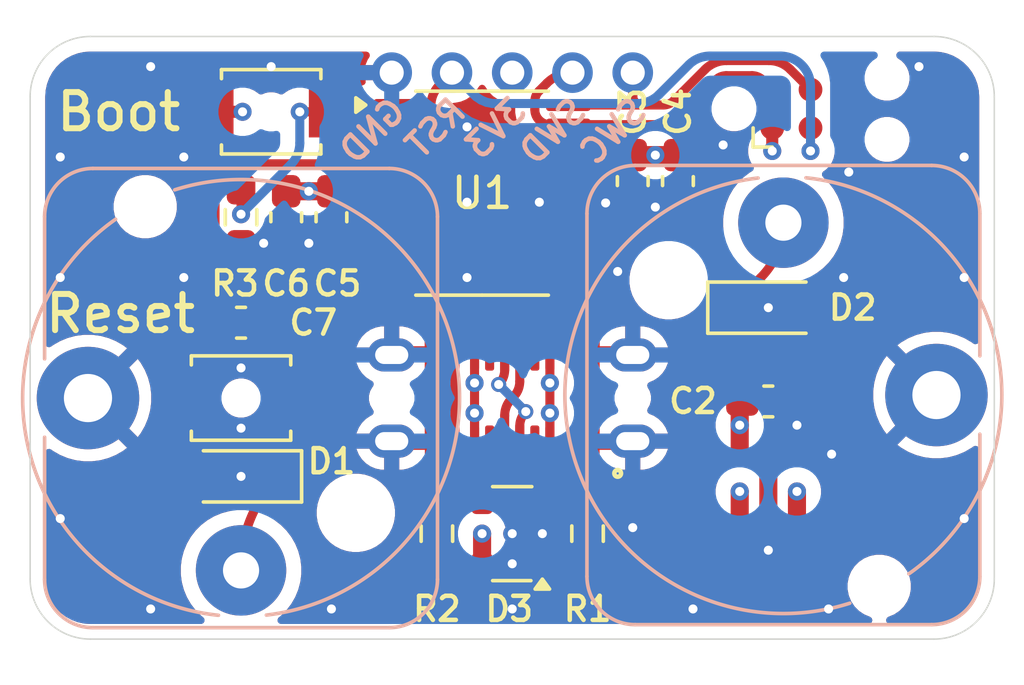
<source format=kicad_pcb>
(kicad_pcb (version 20241229) (generator "pcbnew") (generator_version "9.0")
  (layers (0 "F.Cu" signal) (4 "In1.Cu" signal) (6 "In2.Cu" signal) (2 "B.Cu" signal) (13 "F.Paste" user) (15 "B.Paste" user) (5 "F.SilkS" user "F.Silkscreen") (7 "B.SilkS" user "B.Silkscreen") (1 "F.Mask" user) (3 "B.Mask" user) (25 "Edge.Cuts" user))
  (net 0 "")
  (net 1 "GND")
  (net 2 "SW1")
  (net 3 "SW2")
  (net 5 "VBUS")
  (net 7 "D+")
  (net 8 "Net-(J3-CC2)")
  (net 10 "Net-(J3-CC1)")
  (net 11 "D-")
  (net 12 "RST")
  (net 13 "+3V3")
  (net 15 "SWDIO")
  (net 16 "SWCLK")
  (net 17 "BOOT0")
  (footprint "Connector:Tag-Connect_TC2030-IDC-NL_2x03_P1.27mm_Vertical" (layer "F.Cu") (at 109.9 90.4)
    (property "Reference" "J5" (hide yes))
    (property "Value" "TC2030_SWD")
    (fp_line (start -1.905 1.27) (end -1.905 0.635) (stroke (width 0.12)) (layer "F.SilkS"))
    (fp_line (start -1.27 1.27) (end -1.905 1.27) (stroke (width 0.12)) (layer "F.SilkS"))
    (pad "" np_thru_hole circle (at -2.54 0) (size 0.9906 0.9906) (drill 0.9906) (layers "*.Cu" "*.Mask"))
    (pad "" np_thru_hole circle (at 2.54 -1.016) (size 0.9906 0.9906) (drill 0.9906) (layers "*.Cu" "*.Mask"))
    (pad "" np_thru_hole circle (at 2.54 1.016) (size 0.9906 0.9906) (drill 0.9906) (layers "*.Cu" "*.Mask"))
    (pad "1" connect circle (at -1.27 0.635) (size 0.7874 0.7874) (layers "F.Cu" "F.Mask") (net 13 "+3V3"))
    (pad "2" connect circle (at -1.27 -0.635) (size 0.7874 0.7874) (layers "F.Cu" "F.Mask") (net 15 "SWDIO"))
    (pad "3" connect circle (at 0 0.635) (size 0.7874 0.7874) (layers "F.Cu" "F.Mask") (net 12 "RST"))
    (pad "4" connect circle (at 0 -0.635) (size 0.7874 0.7874) (layers "F.Cu" "F.Mask") (net 16 "SWCLK"))
    (pad "5" connect circle (at 1.27 0.635) (size 0.7874 0.7874) (layers "F.Cu" "F.Mask") (net 1 "GND"))
    (pad "6" connect circle (at 1.27 -0.635) (size 0.7874 0.7874) (layers "F.Cu" "F.Mask"))
    (zone (net 0) (net_name "") (layer "F.Cu") (connect_pads (clearance 0)) (min_thickness 0.254)
      (keepout (tracks allowed) (vias not_allowed) (pads allowed) (copperpour not_allowed) (footprints not_allowed))
      (fill (thermal_gap 0.508) (thermal_bridge_width 0.508))
      (polygon (pts (xy 111.17 89.765) (xy 108.63 89.765) (xy 108.63 91.035) (xy 111.17 91.035)))
    )
  )
  (footprint "Capacitor_SMD:C_0603_1608Metric_Pad1.08x0.95mm_HandSolder" (layer "F.Cu") (at 108.5 100.1125)
    (property "Reference" "C2" (at -2.5 -0.0125 180) (layer "F.SilkS") (effects (font (size 0.8 0.8))))
    (property "Value" "1u")
    (fp_line (start -0.146267 -0.51) (end 0.146267 -0.51) (stroke (width 0.12)) (layer "F.SilkS"))
    (fp_line (start -0.146267 0.51) (end 0.146267 0.51) (stroke (width 0.12)) (layer "F.SilkS"))
    (pad "1" smd roundrect (at -0.8625 0) (size 1.075 0.95) (layers "F.Cu" "F.Mask" "F.Paste") (net 13 "+3V3"))
    (pad "2" smd roundrect (at 0.8625 0) (size 1.075 0.95) (layers "F.Cu" "F.Mask" "F.Paste") (net 1 "GND"))
  )
  (footprint "Capacitor_SMD:C_0603_1608Metric_Pad1.08x0.95mm_HandSolder" (layer "F.Cu") (at 92.5 94 -90)
    (property "Reference" "C6" (at 2.2 0 180) (layer "F.SilkS") (effects (font (size 0.8 0.8))))
    (property "Value" "1u")
    (fp_line (start -0.146267 0.51) (end 0.146267 0.51) (stroke (width 0.12)) (layer "F.SilkS"))
    (fp_line (start -0.146267 -0.51) (end 0.146267 -0.51) (stroke (width 0.12)) (layer "F.SilkS"))
    (pad "1" smd roundrect (at -0.8625 0 270) (size 1.075 0.95) (layers "F.Cu" "F.Mask" "F.Paste") (net 13 "+3V3"))
    (pad "2" smd roundrect (at 0.8625 0 270) (size 1.075 0.95) (layers "F.Cu" "F.Mask" "F.Paste") (net 1 "GND"))
  )
  (footprint "Capacitor_SMD:C_0603_1608Metric_Pad1.08x0.95mm_HandSolder" (layer "F.Cu") (at 94 94 -90)
    (property "Reference" "C5" (at 2.2 -0.2 180) (layer "F.SilkS") (effects (font (size 0.8 0.8))))
    (property "Value" "10n")
    (fp_line (start -0.146267 0.51) (end 0.146267 0.51) (stroke (width 0.12)) (layer "F.SilkS"))
    (fp_line (start -0.146267 -0.51) (end 0.146267 -0.51) (stroke (width 0.12)) (layer "F.SilkS"))
    (pad "1" smd roundrect (at -0.8625 0 270) (size 1.075 0.95) (layers "F.Cu" "F.Mask" "F.Paste") (net 13 "+3V3"))
    (pad "2" smd roundrect (at 0.8625 0 270) (size 1.075 0.95) (layers "F.Cu" "F.Mask" "F.Paste") (net 1 "GND"))
  )
  (footprint "Resistor_SMD:R_0603_1608Metric_Pad0.98x0.95mm_HandSolder" (layer "F.Cu") (at 102.5 104.5 -90)
    (property "Reference" "R1" (at 2.5 0 180) (layer "F.SilkS") (effects (font (size 0.8 0.8))))
    (property "Value" "5.1k")
    (fp_line (start -0.254724 0.5225) (end 0.254724 0.5225) (stroke (width 0.12)) (layer "F.SilkS"))
    (fp_line (start -0.254724 -0.5225) (end 0.254724 -0.5225) (stroke (width 0.12)) (layer "F.SilkS"))
    (pad "1" smd roundrect (at -0.9125 0 270) (size 0.975 0.95) (layers "F.Cu" "F.Mask" "F.Paste") (net 10 "Net-(J3-CC1)"))
    (pad "2" smd roundrect (at 0.9125 0 270) (size 0.975 0.95) (layers "F.Cu" "F.Mask" "F.Paste") (net 1 "GND"))
  )
  (footprint "Resistor_SMD:R_0603_1608Metric_Pad0.98x0.95mm_HandSolder" (layer "F.Cu") (at 91 94 -90)
    (property "Reference" "R3" (at 2.2 0.2 180) (layer "F.SilkS") (effects (font (size 0.8 0.8))))
    (property "Value" "10k")
    (fp_line (start -0.254724 0.5225) (end 0.254724 0.5225) (stroke (width 0.12)) (layer "F.SilkS"))
    (fp_line (start -0.254724 -0.5225) (end 0.254724 -0.5225) (stroke (width 0.12)) (layer "F.SilkS"))
    (pad "1" smd roundrect (at -0.9125 0 270) (size 0.975 0.95) (layers "F.Cu" "F.Mask" "F.Paste") (net 17 "BOOT0"))
    (pad "2" smd roundrect (at 0.9125 0 270) (size 0.975 0.95) (layers "F.Cu" "F.Mask" "F.Paste") (net 1 "GND"))
  )
  (footprint "Capacitor_SMD:C_0603_1608Metric_Pad1.08x0.95mm_HandSolder" (layer "F.Cu") (at 91 97.5 180)
    (property "Reference" "C7" (at -2.4 0 0) (layer "F.SilkS") (effects (font (size 0.8 0.8) (thickness 0.15) (bold yes))))
    (property "Value" "100n")
    (fp_line (start -0.146267 0.51) (end 0.146267 0.51) (stroke (width 0.12)) (layer "F.SilkS"))
    (fp_line (start -0.146267 -0.51) (end 0.146267 -0.51) (stroke (width 0.12)) (layer "F.SilkS"))
    (pad "1" smd roundrect (at -0.8625 0 180) (size 1.075 0.95) (layers "F.Cu" "F.Mask" "F.Paste") (net 12 "RST"))
    (pad "2" smd roundrect (at 0.8625 0 180) (size 1.075 0.95) (layers "F.Cu" "F.Mask" "F.Paste") (net 1 "GND"))
  )
  (footprint "Button_Switch_SMD:SW_SPST_B3U-1000P-B" (layer "F.Cu") (at 91 100 180)
    (property "Reference" "SW1" (hide yes))
    (property "Value" "RST")
    (fp_line (start 1.65 1.4) (end 1.65 1.1) (stroke (width 0.12)) (layer "F.SilkS"))
    (fp_line (start 1.65 -1.4) (end 1.65 -1.1) (stroke (width 0.12)) (layer "F.SilkS"))
    (fp_line (start -1.65 1.4) (end 1.65 1.4) (stroke (width 0.12)) (layer "F.SilkS"))
    (fp_line (start -1.65 1.1) (end -1.65 1.4) (stroke (width 0.12)) (layer "F.SilkS"))
    (fp_line (start -1.65 -1.1) (end -1.65 -1.4) (stroke (width 0.12)) (layer "F.SilkS"))
    (fp_line (start -1.65 -1.4) (end 1.65 -1.4) (stroke (width 0.12)) (layer "F.SilkS"))
    (pad "" np_thru_hole circle (at 0 0 180) (size 0.8 0.8) (drill 0.8) (layers "*.Cu" "*.Mask"))
    (pad "1" smd rect (at -1.7 0 180) (size 0.9 1.7) (layers "F.Cu" "F.Mask" "F.Paste") (net 12 "RST"))
    (pad "2" smd rect (at 1.7 0 180) (size 0.9 1.7) (layers "F.Cu" "F.Mask" "F.Paste") (net 1 "GND"))
  )
  (footprint "Package_TO_SOT_SMD:SOT-143" (layer "F.Cu") (at 100 104.5 180)
    (property "Reference" "D3" (at 0.1 -2.5 0) (layer "F.SilkS") (effects (font (size 0.8 0.8))))
    (property "Value" "PRTR5V0U2X")
    (fp_line (start 0.65 -1.56) (end -0.62 -1.56) (stroke (width 0.12)) (layer "F.SilkS"))
    (fp_line (start -0.65 1.56) (end 0.65 1.56) (stroke (width 0.12)) (layer "F.SilkS"))
    (fp_poly (pts (xy -1 -1.51) (xy -1.24 -1.84) (xy -0.76 -1.84) (xy -1 -1.51)) (stroke (width 0.12)) (fill yes) (layer "F.SilkS"))
    (pad "1" smd roundrect (at -1 -0.75 180) (size 0.7 1) (layers "F.Cu" "F.Mask" "F.Paste") (net 1 "GND"))
    (pad "2" smd roundrect (at -1 0.95 180) (size 0.7 0.6) (layers "F.Cu" "F.Mask" "F.Paste") (net 7 "D+"))
    (pad "3" smd roundrect (at 1 0.95 180) (size 0.7 0.6) (layers "F.Cu" "F.Mask" "F.Paste") (net 11 "D-"))
    (pad "4" smd roundrect (at 1 -0.95 180) (size 0.7 0.6) (layers "F.Cu" "F.Mask" "F.Paste") (net 5 "VBUS"))
  )
  (footprint "Package_SO:TSSOP-20_4.4x6.5mm_P0.65mm" (layer "F.Cu") (at 99 93.2)
    (property "Reference" "U1" (at 0 0 0) (layer "F.SilkS"))
    (property "Value" "STM32F042F6Px")
    (fp_line (start 0 -3.385) (end -2.2 -3.385) (stroke (width 0.12)) (layer "F.SilkS"))
    (fp_line (start 0 -3.385) (end 2.2 -3.385) (stroke (width 0.12)) (layer "F.SilkS"))
    (fp_line (start 0 3.385) (end -2.2 3.385) (stroke (width 0.12)) (layer "F.SilkS"))
    (fp_line (start 0 3.385) (end 2.2 3.385) (stroke (width 0.12)) (layer "F.SilkS"))
    (fp_poly (pts (xy -3.86 -2.925) (xy -4.19 -3.165) (xy -4.19 -2.685) (xy -3.86 -2.925)) (stroke (width 0.12)) (fill yes) (layer "F.SilkS"))
    (pad "1" smd roundrect (at -2.8625 -2.925) (size 1.475 0.4) (layers "F.Cu" "F.Mask" "F.Paste") (net 17 "BOOT0"))
    (pad "2" smd roundrect (at -2.8625 -2.275) (size 1.475 0.4) (layers "F.Cu" "F.Mask" "F.Paste"))
    (pad "3" smd roundrect (at -2.8625 -1.625) (size 1.475 0.4) (layers "F.Cu" "F.Mask" "F.Paste"))
    (pad "4" smd roundrect (at -2.8625 -0.975) (size 1.475 0.4) (layers "F.Cu" "F.Mask" "F.Paste") (net 12 "RST"))
    (pad "5" smd roundrect (at -2.8625 -0.325) (size 1.475 0.4) (layers "F.Cu" "F.Mask" "F.Paste") (net 13 "+3V3"))
    (pad "6" smd roundrect (at -2.8625 0.325) (size 1.475 0.4) (layers "F.Cu" "F.Mask" "F.Paste"))
    (pad "7" smd roundrect (at -2.8625 0.975) (size 1.475 0.4) (layers "F.Cu" "F.Mask" "F.Paste"))
    (pad "8" smd roundrect (at -2.8625 1.625) (size 1.475 0.4) (layers "F.Cu" "F.Mask" "F.Paste"))
    (pad "9" smd roundrect (at -2.8625 2.275) (size 1.475 0.4) (layers "F.Cu" "F.Mask" "F.Paste"))
    (pad "10" smd roundrect (at -2.8625 2.925) (size 1.475 0.4) (layers "F.Cu" "F.Mask" "F.Paste") (net 2 "SW1"))
    (pad "11" smd roundrect (at 2.8625 2.925) (size 1.475 0.4) (layers "F.Cu" "F.Mask" "F.Paste"))
    (pad "12" smd roundrect (at 2.8625 2.275) (size 1.475 0.4) (layers "F.Cu" "F.Mask" "F.Paste"))
    (pad "13" smd roundrect (at 2.8625 1.625) (size 1.475 0.4) (layers "F.Cu" "F.Mask" "F.Paste") (net 3 "SW2"))
    (pad "14" smd roundrect (at 2.8625 0.975) (size 1.475 0.4) (layers "F.Cu" "F.Mask" "F.Paste"))
    (pad "15" smd roundrect (at 2.8625 0.325) (size 1.475 0.4) (layers "F.Cu" "F.Mask" "F.Paste") (net 1 "GND"))
    (pad "16" smd roundrect (at 2.8625 -0.325) (size 1.475 0.4) (layers "F.Cu" "F.Mask" "F.Paste") (net 13 "+3V3"))
    (pad "17" smd roundrect (at 2.8625 -0.975) (size 1.475 0.4) (layers "F.Cu" "F.Mask" "F.Paste") (net 11 "D-"))
    (pad "18" smd roundrect (at 2.8625 -1.625) (size 1.475 0.4) (layers "F.Cu" "F.Mask" "F.Paste") (net 7 "D+"))
    (pad "19" smd roundrect (at 2.8625 -2.275) (size 1.475 0.4) (layers "F.Cu" "F.Mask" "F.Paste") (net 15 "SWDIO"))
    (pad "20" smd roundrect (at 2.8625 -2.925) (size 1.475 0.4) (layers "F.Cu" "F.Mask" "F.Paste") (net 16 "SWCLK"))
  )
  (footprint "Button_Switch_SMD:SW_SPST_B3U-1000P-B" (layer "F.Cu") (at 92 90.5 180)
    (property "Reference" "SW2" (hide yes))
    (property "Value" "BOOT")
    (fp_line (start 1.65 1.4) (end 1.65 1.1) (stroke (width 0.12)) (layer "F.SilkS"))
    (fp_line (start 1.65 -1.4) (end 1.65 -1.1) (stroke (width 0.12)) (layer "F.SilkS"))
    (fp_line (start -1.65 1.4) (end 1.65 1.4) (stroke (width 0.12)) (layer "F.SilkS"))
    (fp_line (start -1.65 1.1) (end -1.65 1.4) (stroke (width 0.12)) (layer "F.SilkS"))
    (fp_line (start -1.65 -1.1) (end -1.65 -1.4) (stroke (width 0.12)) (layer "F.SilkS"))
    (fp_line (start -1.65 -1.4) (end 1.65 -1.4) (stroke (width 0.12)) (layer "F.SilkS"))
    (pad "" np_thru_hole circle (at 0 0 180) (size 0.8 0.8) (drill 0.8) (layers "*.Cu" "*.Mask"))
    (pad "1" smd rect (at -1.7 0 180) (size 0.9 1.7) (layers "F.Cu" "F.Mask" "F.Paste") (net 17 "BOOT0"))
    (pad "2" smd rect (at 1.7 0 180) (size 0.9 1.7) (layers "F.Cu" "F.Mask" "F.Paste") (net 13 "+3V3"))
  )
  (footprint "PageTurner:USB_C_Receptacle_GCT_USB_4145" (layer "F.Cu") (at 100 100 180)
    (property "Reference" "J3" (hide yes))
    (property "Value" "USB_C_Receptacle")
    (fp_circle (center -3.5 -2.5) (end -3.388197 -2.5) (stroke (width 0.15)) (fill no) (layer "F.SilkS"))
    (pad "" np_thru_hole circle (at -4 0 180) (size 0.71 0.71) (drill 0.71) (layers "F&B.Cu" "*.Mask"))
    (pad "" np_thru_hole oval (at 4 0 180) (size 1.01 0.71) (drill oval 1.01 0.71) (layers "F&B.Cu" "*.Mask"))
    (pad "A1" smd roundrect (at -2.75 -1.56 180) (size 0.3 1.3) (layers "F.Cu" "F.Mask" "F.Paste") (net 1 "GND"))
    (pad "A4" smd roundrect (at -1.25 -1.56 180) (size 0.3 1.3) (layers "F.Cu" "F.Mask" "F.Paste") (net 5 "VBUS"))
    (pad "A5" smd roundrect (at -0.75 -1.56 180) (size 0.3 1.3) (layers "F.Cu" "F.Mask" "F.Paste") (net 10 "Net-(J3-CC1)"))
    (pad "A6" smd roundrect (at -0.25 -1.56 180) (size 0.3 1.3) (layers "F.Cu" "F.Mask" "F.Paste") (net 7 "D+"))
    (pad "A7" smd roundrect (at 0.25 -1.56 180) (size 0.3 1.3) (layers "F.Cu" "F.Mask" "F.Paste") (net 11 "D-"))
    (pad "A8" smd roundrect (at 0.75 -1.56 180) (size 0.3 1.3) (layers "F.Cu" "F.Mask" "F.Paste"))
    (pad "A9" smd roundrect (at 1.25 -1.56 180) (size 0.3 1.3) (layers "F.Cu" "F.Mask" "F.Paste") (net 5 "VBUS"))
    (pad "A12" smd roundrect (at 2.75 -1.56 180) (size 0.3 1.3) (layers "F.Cu" "F.Mask" "F.Paste") (net 1 "GND"))
    (pad "B1" smd roundrect (at 2.75 1.56 180) (size 0.3 1.3) (layers "F.Cu" "F.Mask" "F.Paste") (net 1 "GND"))
    (pad "B4" smd roundrect (at 1.25 1.56 180) (size 0.3 1.3) (layers "F.Cu" "F.Mask" "F.Paste") (net 5 "VBUS"))
    (pad "B5" smd roundrect (at 0.75 1.56 180) (size 0.3 1.3) (layers "F.Cu" "F.Mask" "F.Paste") (net 8 "Net-(J3-CC2)"))
    (pad "B6" smd roundrect (at 0.25 1.56 180) (size 0.3 1.3) (layers "F.Cu" "F.Mask" "F.Paste") (net 7 "D+"))
    (pad "B7" smd roundrect (at -0.25 1.56 180) (size 0.3 1.3) (layers "F.Cu" "F.Mask" "F.Paste") (net 11 "D-"))
    (pad "B8" smd roundrect (at -0.75 1.56 180) (size 0.3 1.3) (layers "F.Cu" "F.Mask" "F.Paste"))
    (pad "B9" smd roundrect (at -1.25 1.56 180) (size 0.3 1.3) (layers "F.Cu" "F.Mask" "F.Paste") (net 5 "VBUS"))
    (pad "B12" smd roundrect (at -2.75 1.56 180) (size 0.3 1.3) (layers "F.Cu" "F.Mask" "F.Paste") (net 1 "GND"))
    (pad "S1" thru_hole oval (at -4 -1.43) (size 1.6 1.1) (drill oval 1.1 0.6) (layers "*.Cu" "*.Mask") (net 1 "GND"))
    (pad "S1" thru_hole oval (at -4 1.43) (size 1.6 1.1) (drill oval 1.1 0.6) (layers "*.Cu" "*.Mask") (net 1 "GND"))
    (pad "S1" thru_hole oval (at 4 -1.43) (size 1.6 1.1) (drill oval 1.1 0.6) (layers "*.Cu" "*.Mask") (net 1 "GND"))
    (pad "S1" thru_hole oval (at 4 1.43) (size 1.6 1.1) (drill oval 1.1 0.6) (layers "*.Cu" "*.Mask") (net 1 "GND"))
  )
  (footprint "Diode_SMD:D_SOD-323_HandSoldering" (layer "F.Cu") (at 108.5 97)
    (property "Reference" "D2" (at 2.8 0 180) (layer "F.SilkS") (effects (font (size 0.8 0.8))))
    (property "Value" "SD03C-7")
    (fp_line (start -2.01 -0.85) (end -2.01 0.85) (stroke (width 0.12)) (layer "F.SilkS"))
    (fp_line (start -2.01 -0.85) (end 1.25 -0.85) (stroke (width 0.12)) (layer "F.SilkS"))
    (fp_line (start -2.01 0.85) (end 1.25 0.85) (stroke (width 0.12)) (layer "F.SilkS"))
    (pad "1" smd roundrect (at -1.25 0) (size 1 1) (layers "F.Cu" "F.Mask" "F.Paste") (net 3 "SW2"))
    (pad "2" smd roundrect (at 1.25 0) (size 1 1) (layers "F.Cu" "F.Mask" "F.Paste") (net 1 "GND"))
  )
  (footprint "Diode_SMD:D_SOD-323_HandSoldering" (layer "F.Cu") (at 91 102.6 180)
    (property "Reference" "D1" (at -3 0.5 180) (layer "F.SilkS") (effects (font (size 0.8 0.8))))
    (property "Value" "SD03C-7")
    (fp_line (start -2.01 0.85) (end 1.25 0.85) (stroke (width 0.12)) (layer "F.SilkS"))
    (fp_line (start -2.01 -0.85) (end 1.25 -0.85) (stroke (width 0.12)) (layer "F.SilkS"))
    (fp_line (start -2.01 -0.85) (end -2.01 0.85) (stroke (width 0.12)) (layer "F.SilkS"))
    (pad "1" smd roundrect (at -1.25 0 180) (size 1 1) (layers "F.Cu" "F.Mask" "F.Paste") (net 2 "SW1"))
    (pad "2" smd roundrect (at 1.25 0 180) (size 1 1) (layers "F.Cu" "F.Mask" "F.Paste") (net 1 "GND"))
  )
  (footprint "Capacitor_SMD:C_0603_1608Metric_Pad1.08x0.95mm_HandSolder" (layer "F.Cu") (at 105.5 92.8 -90)
    (property "Reference" "C4" (at -2.3 0 90) (layer "F.SilkS") (effects (font (size 0.8 0.8))))
    (property "Value" "4.7u")
    (fp_line (start -0.146267 0.51) (end 0.146267 0.51) (stroke (width 0.12)) (layer "F.SilkS"))
    (fp_line (start -0.146267 -0.51) (end 0.146267 -0.51) (stroke (width 0.12)) (layer "F.SilkS"))
    (pad "1" smd roundrect (at -0.8625 0 270) (size 1.075 0.95) (layers "F.Cu" "F.Mask" "F.Paste") (net 13 "+3V3"))
    (pad "2" smd roundrect (at 0.8625 0 270) (size 1.075 0.95) (layers "F.Cu" "F.Mask" "F.Paste") (net 1 "GND"))
  )
  (footprint "Capacitor_SMD:C_0603_1608Metric_Pad1.08x0.95mm_HandSolder" (layer "F.Cu") (at 104 92.8 -90)
    (property "Reference" "C3" (at -2.3 0 90) (layer "F.SilkS") (effects (font (size 0.8 0.8))))
    (property "Value" "100n")
    (fp_line (start -0.146267 0.51) (end 0.146267 0.51) (stroke (width 0.12)) (layer "F.SilkS"))
    (fp_line (start -0.146267 -0.51) (end 0.146267 -0.51) (stroke (width 0.12)) (layer "F.SilkS"))
    (pad "1" smd roundrect (at -0.8625 0 270) (size 1.075 0.95) (layers "F.Cu" "F.Mask" "F.Paste") (net 13 "+3V3"))
    (pad "2" smd roundrect (at 0.8625 0 270) (size 1.075 0.95) (layers "F.Cu" "F.Mask" "F.Paste") (net 1 "GND"))
  )
  (footprint "Resistor_SMD:R_0603_1608Metric_Pad0.98x0.95mm_HandSolder" (layer "F.Cu") (at 97.5 104.5 -90)
    (property "Reference" "R2" (at 2.5 0 180) (layer "F.SilkS") (effects (font (size 0.8 0.8))))
    (property "Value" "5.1k")
    (fp_line (start -0.254724 0.5225) (end 0.254724 0.5225) (stroke (width 0.12)) (layer "F.SilkS"))
    (fp_line (start -0.254724 -0.5225) (end 0.254724 -0.5225) (stroke (width 0.12)) (layer "F.SilkS"))
    (pad "1" smd roundrect (at -0.9125 0 270) (size 0.975 0.95) (layers "F.Cu" "F.Mask" "F.Paste") (net 8 "Net-(J3-CC2)"))
    (pad "2" smd roundrect (at 0.9125 0 270) (size 0.975 0.95) (layers "F.Cu" "F.Mask" "F.Paste") (net 1 "GND"))
  )
  (footprint "PageTurner:PinHeader_1x05_P2.00mm_Vertical" (layer "B.Cu") (at 104 89.2 90)
    (property "Reference" "TP1" (hide yes))
    (property "Value" "Debug")
    (pad "1" thru_hole oval (at 0 0 90) (size 1 1) (drill 0.8) (layers "*.Cu" "*.Mask") (net 16 "SWCLK"))
    (pad "1" smd oval (at 0 0 90) (size 1.35 1.35) (layers "B.Cu" "B.Mask") (net 16 "SWCLK"))
    (pad "2" thru_hole oval (at 0 -2 90) (size 1 1) (drill 0.8) (layers "*.Cu" "*.Mask") (net 15 "SWDIO"))
    (pad "2" smd oval (at 0 -2 90) (size 1.35 1.35) (layers "B.Cu" "B.Mask") (net 15 "SWDIO"))
    (pad "3" thru_hole oval (at 0 -4 90) (size 1 1) (drill 0.8) (layers "*.Cu" "*.Mask") (net 13 "+3V3"))
    (pad "3" smd oval (at 0 -4 90) (size 1.35 1.35) (layers "B.Cu" "B.Mask") (net 13 "+3V3"))
    (pad "4" thru_hole oval (at 0 -6 90) (size 1 1) (drill 0.8) (layers "*.Cu" "*.Mask") (net 12 "RST"))
    (pad "4" smd oval (at 0 -6 90) (size 1.35 1.35) (layers "B.Cu" "B.Mask") (net 12 "RST"))
    (pad "5" thru_hole oval (at 0 -8 90) (size 1 1) (drill 0.8) (layers "*.Cu" "*.Mask") (net 1 "GND"))
    (pad "5" smd oval (at 0 -8 90) (size 1.35 1.35) (layers "B.Cu" "B.Mask") (net 1 "GND"))
  )
  (footprint "PageTurner:Jack_6.35mm_Neutrik_NJ2FD-V_Vertical" (layer "B.Cu") (at 91 105.72)
    (property "Reference" "J1" (hide yes))
    (property "Value" "AudioJack2")
    (fp_line (start -6.52 -11.74) (end -6.52 -7.02) (stroke (width 0.12)) (layer "B.SilkS"))
    (fp_line (start -6.52 -4.42) (end -6.52 0.3) (stroke (width 0.12)) (layer "B.SilkS"))
    (fp_line (start 4.92 -13.34) (end -4.92 -13.34) (stroke (width 0.12)) (layer "B.SilkS"))
    (fp_line (start 4.92 1.9) (end -4.92 1.9) (stroke (width 0.12)) (layer "B.SilkS"))
    (fp_line (start 6.52 -11.74) (end 6.52 0.3) (stroke (width 0.12)) (layer "B.SilkS"))
    (fp_arc (start -6.52 -11.74) (mid -6.051371 -12.871371) (end -4.92 -13.34) (stroke (width 0.12)) (layer "B.SilkS"))
    (fp_arc (start -4.92 1.9) (mid -6.051371 1.431371) (end -6.52 0.3) (stroke (width 0.12)) (layer "B.SilkS"))
    (fp_arc (start -2.2 -12.63) (mid 7.089048 -7.247578) (end 0.84109 1.482824) (stroke (width 0.12)) (layer "B.SilkS"))
    (fp_arc (start -0.75 1.49) (mid -7.016062 -3.897509) (end -4.164153 -11.6535) (stroke (width 0.12)) (layer "B.SilkS"))
    (fp_arc (start 4.92 -13.34) (mid 6.051371 -12.871371) (end 6.52 -11.74) (stroke (width 0.12)) (layer "B.SilkS"))
    (fp_arc (start 6.52 0.3) (mid 6.051371 1.431371) (end 4.92 1.9) (stroke (width 0.12)) (layer "B.SilkS"))
    (pad "" np_thru_hole circle (at -3.18 -12.07 180) (size 1.6 1.6) (drill 1.6) (layers "*.Cu" "*.Mask"))
    (pad "" np_thru_hole circle (at 3.81 -1.91 180) (size 2.1 2.1) (drill 2.1) (layers "*.Cu" "*.Mask"))
    (pad "S" thru_hole circle (at -5.08 -5.72 180) (size 3.4 3.4) (drill 1.6) (layers "*.Cu" "*.Mask") (net 1 "GND"))
    (pad "T" thru_hole circle (at 0 0 180) (size 3 3) (drill 1.2) (layers "*.Cu" "*.Mask") (net 2 "SW1"))
  )
  (footprint "PageTurner:Jack_6.35mm_Neutrik_NJ2FD-V_Vertical" (layer "B.Cu") (at 109 94.18 180)
    (property "Reference" "J2" (hide yes))
    (property "Value" "AudioJack2")
    (fp_line (start 6.52 -11.74) (end 6.52 0.3) (stroke (width 0.12)) (layer "B.SilkS"))
    (fp_line (start 4.92 1.9) (end -4.92 1.9) (stroke (width 0.12)) (layer "B.SilkS"))
    (fp_line (start 4.92 -13.34) (end -4.92 -13.34) (stroke (width 0.12)) (layer "B.SilkS"))
    (fp_line (start -6.52 -4.42) (end -6.52 0.3) (stroke (width 0.12)) (layer "B.SilkS"))
    (fp_line (start -6.52 -11.74) (end -6.52 -7.02) (stroke (width 0.12)) (layer "B.SilkS"))
    (fp_arc (start 6.52 0.3) (mid 6.051371 1.431371) (end 4.92 1.9) (stroke (width 0.12)) (layer "B.SilkS"))
    (fp_arc (start 4.92 -13.34) (mid 6.051371 -12.871371) (end 6.52 -11.74) (stroke (width 0.12)) (layer "B.SilkS"))
    (fp_arc (start -0.75 1.49) (mid -7.016062 -3.897509) (end -4.164153 -11.6535) (stroke (width 0.12)) (layer "B.SilkS"))
    (fp_arc (start -2.2 -12.63) (mid 7.089048 -7.247578) (end 0.84109 1.482824) (stroke (width 0.12)) (layer "B.SilkS"))
    (fp_arc (start -4.92 1.9) (mid -6.051371 1.431371) (end -6.52 0.3) (stroke (width 0.12)) (layer "B.SilkS"))
    (fp_arc (start -6.52 -11.74) (mid -6.051371 -12.871371) (end -4.92 -13.34) (stroke (width 0.12)) (layer "B.SilkS"))
    (pad "" np_thru_hole circle (at -3.18 -12.07) (size 1.6 1.6) (drill 1.6) (layers "*.Cu" "*.Mask"))
    (pad "" np_thru_hole circle (at 3.81 -1.91) (size 2.1 2.1) (drill 2.1) (layers "*.Cu" "*.Mask"))
    (pad "S" thru_hole circle (at -5.08 -5.72) (size 3.4 3.4) (drill 1.6) (layers "*.Cu" "*.Mask") (net 1 "GND"))
    (pad "T" thru_hole circle (at 0 0) (size 3 3) (drill 1.2) (layers "*.Cu" "*.Mask") (net 3 "SW2"))
  )
  (gr_line (start 86 108) (end 114 108) (stroke (width 0.05)) (layer "Edge.Cuts"))
  (gr_arc (start 86 108) (mid 84.585786 107.414214) (end 84 106) (stroke (width 0.05)) (layer "Edge.Cuts"))
  (gr_line (start 84 90) (end 84 106) (stroke (width 0.05)) (layer "Edge.Cuts"))
  (gr_line (start 116 106) (end 116 90) (stroke (width 0.05)) (layer "Edge.Cuts"))
  (gr_line (start 114 88) (end 86 88) (stroke (width 0.05)) (layer "Edge.Cuts"))
  (gr_arc (start 84 90) (mid 84.585786 88.585786) (end 86 88) (stroke (width 0.05)) (layer "Edge.Cuts"))
  (gr_arc (start 116 106) (mid 115.414214 107.414214) (end 114 108) (stroke (width 0.05)) (layer "Edge.Cuts"))
  (gr_arc (start 114 88) (mid 115.414214 88.585786) (end 116 90) (stroke (width 0.05)) (layer "Edge.Cuts"))
  (gr_text "Boot" (at 89.1 90.5 0) (layer "F.SilkS") (effects (font (size 1.2 1.2) (thickness 0.2) (bold yes)) (justify right)))
  (gr_text "Reset" (at 87 97.2 0) (layer "F.SilkS") (effects (font (size 1.2 1.2) (thickness 0.2) (bold yes))))
  (gr_text "SWD" (at 102.3 90.2 45) (layer "B.SilkS") (effects (font (size 0.8 0.8) (thickness 0.15) (bold yes)) (justify left mirror)))
  (gr_text "3V3" (at 100.3 90.2 45) (layer "B.SilkS") (effects (font (size 0.8 0.8) (thickness 0.15) (bold yes)) (justify left mirror)))
  (gr_text "RST" (at 98.3 90.2 45) (layer "B.SilkS") (effects (font (size 0.8 0.8) (thickness 0.15) (bold yes)) (justify left mirror)))
  (gr_text "GND" (at 96.3 90.2 45) (layer "B.SilkS") (effects (font (size 0.8 0.8) (thickness 0.15) (bold yes)) (justify left mirror)))
  (gr_text "SWC" (at 104.3 90.2 45) (layer "B.SilkS") (effects (font (size 0.8 0.8) (thickness 0.15) (bold yes)) (justify left mirror)))
  (segment (start 109.45 101.8625) (end 109.45 100.9) (width 0.6) (layer "F.Cu") (net 1))
  (segment (start 102.75 97.2) (end 103.5 96.45) (width 0.3) (layer "F.Cu") (net 1))
  (segment (start 103.5 96.45) (end 103.5 95.8) (width 0.4) (layer "F.Cu") (net 1))
  (segment (start 101 104.5) (end 100 104.5) (width 0.4) (layer "F.Cu") (net 1))
  (segment (start 108.5 104.1375) (end 108.5 105.05) (width 0.6) (layer "F.Cu") (net 1))
  (segment (start 91.75 94.8625) (end 91.05 94.8625) (width 0.6) (layer "F.Cu") (net 1))
  (segment (start 111.17 91.035) (end 111.17 92.5) (width 0.4) (layer "F.Cu") (net 1))
  (segment (start 92.5 94.8625) (end 93.25 94.8625) (width 0.6) (layer "F.Cu") (net 1))
  (segment (start 92.5 94.8625) (end 91.75 94.8625) (width 0.6) (layer "F.Cu") (net 1))
  (segment (start 97.25 98.44) (end 97.25 97.1) (width 0.3) (layer "F.Cu") (net 1))
  (segment (start 109.45 100.9) (end 109.45 100.1125) (width 0.6) (layer "F.Cu") (net 1))
  (segment (start 101.8625 93.525) (end 100.925 93.525) (width 0.4) (layer "F.Cu") (net 1))
  (segment (start 101 105.25) (end 101 104.5) (width 0.6) (layer "F.Cu") (net 1))
  (segment (start 104.75 93.6625) (end 105.5 93.6625) (width 0.6) (layer "F.Cu") (net 1))
  (segment (start 101.1625 105.4125) (end 101 105.25) (width 0.4) (layer "F.Cu") (net 1))
  (segment (start 100 105.5) (end 100 105.25) (width 0.4) (layer "F.Cu") (net 1))
  (segment (start 97.25 98.44) (end 97.25 101.56) (width 0.3) (layer "F.Cu") (net 1))
  (segment (start 101.8625 93.525) (end 103.1 93.525) (width 0.4) (layer "F.Cu") (net 1))
  (segment (start 93.25 94.8625) (end 94 94.8625) (width 0.6) (layer "F.Cu") (net 1))
  (segment (start 108.5 105.05) (end 109.3625 105.9125) (width 0.6) (layer "F.Cu") (net 1))
  (segment (start 108.5 104.1375) (end 108.5 102.3625) (width 0.6) (layer "F.Cu") (net 1))
  (segment (start 102.75 98.44) (end 102.75 97.2) (width 0.3) (layer "F.Cu") (net 1))
  (segment (start 104 93.6625) (end 104.75 93.6625) (width 0.6) (layer "F.Cu") (net 1))
  (segment (start 103.1 93.525) (end 103.8625 93.525) (width 0.4) (layer "F.Cu") (net 1))
  (segment (start 98.475 93.525) (end 98.5 93.5) (width 0.4) (layer "F.Cu") (net 1))
  (segment (start 100 105.25) (end 101 105.25) (width 0.4) (layer "F.Cu") (net 1))
  (segment (start 100 105.25) (end 100 104.5) (width 0.4) (layer "F.Cu") (net 1))
  (segment (start 89.75 102.6) (end 91 102.6) (width 0.4) (layer "F.Cu") (net 1))
  (segment (start 108.5 97) (end 109.75 97) (width 0.4) (layer "F.Cu") (net 1))
  (segment (start 109 101.8625) (end 109.45 101.8625) (width 0.6) (layer "F.Cu") (net 1))
  (segment (start 102.75 98.44) (end 102.75 101.56) (width 0.3) (layer "F.Cu") (net 1))
  (segment (start 98.35 96) (end 98.5 96) (width 0.4) (layer "F.Cu") (net 1))
  (segment (start 102.5 105.4125) (end 101.1625 105.4125) (width 0.5) (layer "F.Cu") (net 1))
  (segment (start 100.925 93.525) (end 100.9 93.5) (width 0.4) (layer "F.Cu") (net 1))
  (segment (start 97.25 97.1) (end 98.35 96) (width 0.3) (layer "F.Cu") (net 1))
  (segment (start 100 105.5) (end 100 107) (width 0.4) (layer "F.Cu") (net 1))
  (via (at 88 107) (size 0.6) (drill 0.3) (layers "F.Cu" "B.Cu") (net 1))
  (via (at 115 96) (size 0.6) (drill 0.3) (layers "F.Cu" "B.Cu") (net 1))
  (via (at 98.5 96) (size 0.6) (drill 0.3) (layers "F.Cu" "B.Cu") (net 1))
  (via (at 103.1 93.525) (size 0.6) (drill 0.3) (layers "F.Cu" "B.Cu") (net 1))
  (via (at 115 92) (size 0.6) (drill 0.3) (layers "F.Cu" "B.Cu") (net 1))
  (via (at 110.6 101.8625) (size 0.6) (drill 0.3) (layers "F.Cu" "B.Cu") (net 1))
  (via (at 85 104) (size 0.6) (drill 0.3) (layers "F.Cu" "B.Cu") (net 1))
  (via (at 91 99) (size 0.6) (drill 0.3) (layers "F.Cu" "B.Cu") (net 1))
  (via (at 106 107) (size 0.6) (drill 0.3) (layers "F.Cu" "B.Cu") (net 1))
  (via (at 93.25 94.8625) (size 0.6) (drill 0.3) (layers "F.Cu" "B.Cu") (net 1))
  (via (at 91 102.6) (size 0.6) (drill 0.3) (layers "F.Cu" "B.Cu") (net 1))
  (via (at 100 104.5) (size 0.6) (drill 0.3) (layers "F.Cu" "B.Cu") (net 1))
  (via (at 108.5 97) (size 0.6) (drill 0.3) (layers "F.Cu" "B.Cu") (net 1))
  (via (at 100 107) (size 0.6) (drill 0.3) (layers "F.Cu" "B.Cu") (net 1))
  (via (at 110.5 107) (size 0.6) (drill 0.3) (layers "F.Cu" "B.Cu") (net 1))
  (via (at 88 89) (size 0.6) (drill 0.3) (layers "F.Cu" "B.Cu") (net 1))
  (via (at 89.1 96) (size 0.6) (drill 0.3) (layers "F.Cu" "B.Cu") (net 1))
  (via (at 92 89) (size 0.6) (drill 0.3) (layers "F.Cu" "B.Cu") (net 1))
  (via (at 109.45 100.9) (size 0.6) (drill 0.3) (layers "F.Cu" "B.Cu") (net 1))
  (via (at 91.75 94.8625) (size 0.6) (drill 0.3) (layers "F.Cu" "B.Cu") (net 1))
  (via (at 98.5 93.5) (size 0.6) (drill 0.3) (layers "F.Cu" "B.Cu") (net 1))
  (via (at 108.5 105.05) (size 0.6) (drill 0.3) (layers "F.Cu" "B.Cu") (net 1))
  (via (at 100.9 93.5) (size 0.6) (drill 0.3) (layers "F.Cu" "B.Cu") (net 1))
  (via (at 104 104.3) (size 0.6) (drill 0.3) (layers "F.Cu" "B.Cu") (net 1))
  (via (at 104.75 93.6625) (size 0.6) (drill 0.3) (layers "F.Cu" "B.Cu") (net 1))
  (via (at 100 105.5) (size 0.6) (drill 0.3) (layers "F.Cu" "B.Cu") (net 1))
  (via (at 91 101) (size 0.6) (drill 0.3) (layers "F.Cu" "B.Cu") (net 1))
  (via (at 111.17 92.5) (size 0.6) (drill 0.3) (layers "F.Cu" "B.Cu") (net 1))
  (via (at 94 107) (size 0.6) (drill 0.3) (layers "F.Cu" "B.Cu") (net 1))
  (via (at 107 91.6) (size 0.6) (drill 0.3) (layers "F.Cu" "B.Cu") (net 1))
  (via (at 111 96) (size 0.6) (drill 0.3) (layers "F.Cu" "B.Cu") (net 1))
  (via (at 85 96) (size 0.6) (drill 0.3) (layers "F.Cu" "B.Cu") (net 1))
  (via (at 103.5 95.8) (size 0.6) (drill 0.3) (layers "F.Cu" "B.Cu") (net 1))
  (via (at 89.1 92) (size 0.6) (drill 0.3) (layers "F.Cu" "B.Cu") (net 1))
  (via (at 85 92) (size 0.6) (drill 0.3) (layers "F.Cu" "B.Cu") (net 1))
  (via (at 113.5 89) (size 0.6) (drill 0.3) (layers "F.Cu" "B.Cu") (net 1))
  (via (at 98.5 91) (size 0.6) (drill 0.3) (layers "F.Cu" "B.Cu") (net 1))
  (via (at 101 104.5) (size 0.6) (drill 0.3) (layers "F.Cu" "B.Cu") (net 1))
  (via (at 115 104) (size 0.6) (drill 0.3) (layers "F.Cu" "B.Cu") (net 1))
  (arc (start 108.5 102.3625) (mid 108.646447 102.008947) (end 109 101.8625) (width 0.6) (layer "F.Cu") (net 1))
  (segment (start 94.5 96.125) (end 96.1375 96.125) (width 0.3) (layer "F.Cu") (net 2))
  (segment (start 92.25 102.6) (end 93.207107 101.642893) (width 0.3) (layer "F.Cu") (net 2))
  (segment (start 93.5 100.935786) (end 93.5 97.125) (width 0.3) (layer "F.Cu") (net 2))
  (arc (start 93.5 97.125) (mid 93.792893 96.417893) (end 94.5 96.125) (width 0.3) (layer "F.Cu") (net 2))
  (arc (start 93.5 100.935786) (mid 93.42388 101.318469) (end 93.207107 101.642893) (width 0.3) (layer "F.Cu") (net 2))
  (arc (start 91 105.617766) (mid 91.324864 103.984563) (end 92.25 102.6) (width 0.3) (layer "F.Cu") (net 2))
  (segment (start 105.2 94.6) (end 103.024264 94.6) (width 0.3) (layer "F.Cu") (net 3))
  (segment (start 102.550736 94.825) (end 101.8625 94.825) (width 0.3) (layer "F.Cu") (net 3))
  (segment (start 108.243396 96.006605) (end 107.25 97) (width 0.3) (layer "F.Cu") (net 3))
  (segment (start 102.812132 94.687868) (end 102.762868 94.737132) (width 0.3) (layer "F.Cu") (net 3))
  (arc (start 109 94.18) (mid 108.803365 95.168551) (end 108.243396 96.006605) (width 0.3) (layer "F.Cu") (net 3))
  (arc (start 102.762868 94.737132) (mid 102.665541 94.802164) (end 102.550736 94.825) (width 0.3) (layer "F.Cu") (net 3))
  (arc (start 107.25 96.65) (mid 106.649569 95.200431) (end 105.2 94.6) (width 0.3) (layer "F.Cu") (net 3))
  (arc (start 103.024264 94.6) (mid 102.909459 94.622836) (end 102.812132 94.687868) (width 0.3) (layer "F.Cu") (net 3))
  (segment (start 101.25 99.5) (end 101.25 101.56) (width 0.3) (layer "F.Cu") (net 5))
  (segment (start 98.75 98.44) (end 98.75 99.5) (width 0.3) (layer "F.Cu") (net 5))
  (segment (start 99 105.45) (end 99 104.5) (width 0.6) (layer "F.Cu") (net 5))
  (segment (start 98.75 99.5) (end 98.75 101.56) (width 0.3) (layer "F.Cu") (net 5))
  (segment (start 107.55 103.1) (end 107.55 104.1375) (width 0.6) (layer "F.Cu") (net 5))
  (segment (start 109.45 103.1) (end 109.45 104.1375) (width 0.6) (layer "F.Cu") (net 5))
  (segment (start 101.25 98.44) (end 101.25 99.5) (width 0.3) (layer "F.Cu") (net 5))
  (segment (start 107.55 104.1375) (end 107.55 105.825) (width 0.6) (layer "F.Cu") (net 5))
  (segment (start 101.25 100.5) (end 101.25 101.56) (width 0.3) (layer "F.Cu") (net 5))
  (segment (start 98.75 101.56) (end 98.75 100.5) (width 0.3) (layer "F.Cu") (net 5))
  (via (at 98.75 100.5) (size 0.6) (drill 0.3) (layers "F.Cu" "B.Cu") (net 5))
  (via (at 99 104.5) (size 0.6) (drill 0.3) (layers "F.Cu" "B.Cu") (net 5))
  (via (at 107.55 103.1) (size 0.6) (drill 0.3) (layers "F.Cu" "B.Cu") (net 5))
  (via (at 109.45 103.1) (size 0.6) (drill 0.3) (layers "F.Cu" "B.Cu") (net 5))
  (via (at 101.25 100.5) (size 0.6) (drill 0.3) (layers "F.Cu" "B.Cu") (net 5))
  (via (at 98.75 99.5) (size 0.6) (drill 0.3) (layers "F.Cu" "B.Cu") (net 5))
  (via (at 101.25 99.5) (size 0.6) (drill 0.3) (layers "F.Cu" "B.Cu") (net 5))
  (segment (start 100.25 101.56) (end 100.25 100.932842) (width 0.3) (layer "F.Cu") (net 7))
  (segment (start 100.75 91.65) (end 101.681434 91.65) (width 0.3) (layer "F.Cu") (net 7))
  (segment (start 100.75 103.55) (end 101 103.55) (width 0.3) (layer "F.Cu") (net 7))
  (segment (start 99.75 98.44) (end 99.75 92.65) (width 0.3) (layer "F.Cu") (net 7))
  (segment (start 99.75 98.44) (end 99.75 99.067158) (width 0.3) (layer "F.Cu") (net 7))
  (segment (start 100.25 101.56) (end 100.25 103.05) (width 0.3) (layer "F.Cu") (net 7))
  (via (at 99.55 99.55) (size 0.5) (drill 0.3) (layers "F.Cu" "B.Cu") (net 7))
  (via (at 100.45 100.45) (size 0.5) (drill 0.3) (layers "F.Cu" "B.Cu") (net 7))
  (arc (start 100.75 91.65) (mid 100.042893 91.942893) (end 99.75 92.65) (width 0.3) (layer "F.Cu") (net 7))
  (arc (start 101.681434 91.65) (mid 101.779426 91.630508) (end 101.8625 91.575) (width 0.3) (layer "F.Cu") (net 7))
  (arc (start 100.25 100.932842) (mid 100.301978 100.67153) (end 100.45 100.45) (width 0.3) (layer "F.Cu") (net 7))
  (arc (start 99.75 99.067158) (mid 99.698021 99.32847) (end 99.55 99.55) (width 0.3) (layer "F.Cu") (net 7))
  (arc (start 100.25 103.05) (mid 100.396447 103.403553) (end 100.75 103.55) (width 0.3) (layer "F.Cu") (net 7))
  (segment (start 100.45 100.45) (end 99.55 99.55) (width 0.3) (layer "B.Cu") (net 7))
  (segment (start 97.5 103.5875) (end 97.953554 103.133946) (width 0.3) (layer "F.Cu") (net 8))
  (segment (start 99.25 97.8) (end 99.25 98.44) (width 0.3) (layer "F.Cu") (net 8))
  (segment (start 98.5 97.4) (end 98.85 97.4) (width 0.3) (layer "F.Cu") (net 8))
  (segment (start 98.1 101.4) (end 98.1 97.8) (width 0.3) (layer "F.Cu") (net 8))
  (segment (start 98.1 102.780393) (end 98.1 101.4) (width 0.3) (layer "F.Cu") (net 8))
  (arc (start 98.85 97.4) (mid 99.132843 97.517157) (end 99.25 97.8) (width 0.3) (layer "F.Cu") (net 8))
  (arc (start 97.953554 103.133946) (mid 98.06194 102.971734) (end 98.1 102.780393) (width 0.3) (layer "F.Cu") (net 8))
  (arc (start 98.1 97.8) (mid 98.217157 97.517157) (end 98.5 97.4) (width 0.3) (layer "F.Cu") (net 8))
  (segment (start 100.75 101.56) (end 100.75 102.4) (width 0.3) (layer "F.Cu") (net 10))
  (segment (start 101.958947 103.046447) (end 102.5 103.5875) (width 0.3) (layer "F.Cu") (net 10))
  (segment (start 101.25 102.9) (end 101.605393 102.9) (width 0.3) (layer "F.Cu") (net 10))
  (arc (start 101.958947 103.046447) (mid 101.796735 102.93806) (end 101.605393 102.9) (width 0.3) (layer "F.Cu") (net 10))
  (arc (start 100.75 102.4) (mid 100.896447 102.753553) (end 101.25 102.9) (width 0.3) (layer "F.Cu") (net 10))
  (segment (start 100.037868 99.962132) (end 99.984315 100.015685) (width 0.3) (layer "F.Cu") (net 11))
  (segment (start 100.25 98.44) (end 100.25 92.65) (width 0.3) (layer "F.Cu") (net 11))
  (segment (start 99.75 100.581371) (end 99.75 101.56) (width 0.3) (layer "F.Cu") (net 11))
  (segment (start 99.75 101.56) (end 99.75 103.05) (width 0.3) (layer "F.Cu") (net 11))
  (segment (start 99.25 103.55) (end 99 103.55) (width 0.3) (layer "F.Cu") (net 11))
  (segment (start 100.25 98.44) (end 100.25 99.45) (width 0.3) (layer "F.Cu") (net 11))
  (segment (start 100.75 92.15) (end 101.681434 92.15) (width 0.3) (layer "F.Cu") (net 11))
  (arc (start 99.75 103.05) (mid 99.603553 103.403553) (end 99.25 103.55) (width 0.3) (layer "F.Cu") (net 11))
  (arc (start 99.984315 100.015685) (mid 99.810897 100.275224) (end 99.75 100.581371) (width 0.3) (layer "F.Cu") (net 11))
  (arc (start 101.681434 92.15) (mid 101.779426 92.169492) (end 101.8625 92.225) (width 0.3) (layer "F.Cu") (net 11))
  (arc (start 100.25 92.65) (mid 100.396447 92.296447) (end 100.75 92.15) (width 0.3) (layer "F.Cu") (net 11))
  (arc (start 100.25 99.45) (mid 100.194869 99.727164) (end 100.037868 99.962132) (width 0.3) (layer "F.Cu") (net 11))
  (segment (start 92.7 100) (end 92.7 97.5) (width 0.3) (layer "F.Cu") (net 12))
  (segment (start 97.3 91.725) (end 97.3 90.314214) (width 0.3) (layer "F.Cu") (net 12))
  (segment (start 91.8625 97.5) (end 92.7 97.5) (width 0.3) (layer "F.Cu") (net 12))
  (segment (start 96.1375 92.225) (end 90.7875 92.225) (width 0.3) (layer "F.Cu") (net 12))
  (segment (start 90.7875 95.8) (end 91.7 95.8) (width 0.3) (layer "F.Cu") (net 12))
  (segment (start 97.592893 89.607107) (end 98 89.2) (width 0.3) (layer "F.Cu") (net 12))
  (segment (start 90.1375 92.875) (end 90.1375 95.15) (width 0.3) (layer "F.Cu") (net 12))
  (segment (start 96.1375 92.225) (end 96.8 92.225) (width 0.3) (layer "F.Cu") (net 12))
  (segment (start 92.7 96.8) (end 92.7 97.5) (width 0.3) (layer "F.Cu") (net 12))
  (segment (start 109.9 91.035) (end 109.9 91.8) (width 0.3) (layer "F.Cu") (net 12))
  (via (at 109.9 91.8) (size 0.6) (drill 0.3) (layers "F.Cu" "B.Cu") (net 12))
  (arc (start 90.7875 95.8) (mid 90.327881 95.609619) (end 90.1375 95.15) (width 0.3) (layer "F.Cu") (net 12))
  (arc (start 96.8 92.225) (mid 97.153553 92.078553) (end 97.3 91.725) (width 0.3) (layer "F.Cu") (net 12))
  (arc (start 91.7 95.8) (mid 92.407107 96.092893) (end 92.7 96.8) (width 0.3) (layer "F.Cu") (net 12))
  (arc (start 90.1375 92.875) (mid 90.327881 92.415381) (end 90.7875 92.225) (width 0.3) (layer "F.Cu") (net 12))
  (arc (start 97.3 90.314214) (mid 97.37612 89.931531) (end 97.592893 89.607107) (width 0.3) (layer "F.Cu") (net 12))
  (segment (start 108.9 88.65) (end 106.564214 88.65) (width 0.3) (layer "B.Cu") (net 12))
  (segment (start 98.732107 89.932107) (end 98 89.2) (width 0.3) (layer "B.Cu") (net 12))
  (segment (start 98.80294 90.000302) (end 98.732107 89.932107) (width 0.3) (layer "B.Cu") (net 12))
  (segment (start 105.857107 88.942893) (end 104.867893 89.932107) (width 0.3) (layer "B.Cu") (net 12))
  (segment (start 99.439214 90.225) (end 99.340907 90.223128) (width 0.3) (layer "B.Cu") (net 12))
  (segment (start 99.340907 90.223128) (end 99.148069 90.184773) (width 0.3) (layer "B.Cu") (net 12))
  (segment (start 104.160786 90.225) (end 99.439214 90.225) (width 0.3) (layer "B.Cu") (net 12))
  (segment (start 98.96642 90.109534) (end 98.80294 90.000302) (width 0.3) (layer "B.Cu") (net 12))
  (segment (start 109.9 91.8) (end 109.9 89.65) (width 0.3) (layer "B.Cu") (net 12))
  (segment (start 99.148069 90.184773) (end 98.96642 90.109534) (width 0.3) (layer "B.Cu") (net 12))
  (arc (start 109.9 89.65) (mid 109.607107 88.942893) (end 108.9 88.65) (width 0.3) (layer "B.Cu") (net 12))
  (arc (start 106.564214 88.65) (mid 106.18153 88.72612) (end 105.857107 88.942893) (width 0.3) (layer "B.Cu") (net 12))
  (arc (start 104.867893 89.932107) (mid 104.54347 90.14888) (end 104.160786 90.225) (width 0.3) (layer "B.Cu") (net 12))
  (segment (start 107.55 100.9) (end 107.55 100.1125) (width 0.6) (layer "F.Cu") (net 13))
  (segment (start 90.3 90.5) (end 91.05 90.5) (width 0.4) (layer "F.Cu") (net 13))
  (segment (start 108.63 91.035) (end 108.63 91.8) (width 0.4) (layer "F.Cu") (net 13))
  (segment (start 107.55 101.8625) (end 107.55 100.9) (width 0.6) (layer "F.Cu") (net 13))
  (segment (start 93.25 93.1375) (end 94 93.1375) (width 0.6) (layer "F.Cu") (net 13))
  (segment (start 101.8625 92.875) (end 102.648286 92.875) (width 0.4) (layer "F.Cu") (net 13))
  (segment (start 104.75 91.9375) (end 105.5 91.9375) (width 0.6) (layer "F.Cu") (net 13))
  (segment (start 96.1375 92.875) (end 94.2625 92.875) (width 0.4) (layer "F.Cu") (net 13))
  (segment (start 103.355393 92.582107) (end 104 91.9375) (width 0.4) (layer "F.Cu") (net 13))
  (segment (start 104 91.9375) (end 104.75 91.9375) (width 0.6) (layer "F.Cu") (net 13))
  (segment (start 92.5 93.1375) (end 93.25 93.1375) (width 0.6) (layer "F.Cu") (net 13))
  (via (at 91.05 90.5) (size 0.6) (drill 0.3) (layers "F.Cu" "B.Cu") (net 13))
  (via (at 108.63 91.8) (size 0.6) (drill 0.3) (layers "F.Cu" "B.Cu") (net 13))
  (via (at 93.25 93.1375) (size 0.6) (drill 0.3) (layers "F.Cu" "B.Cu") (net 13))
  (via (at 107.55 100.9) (size 0.6) (drill 0.3) (layers "F.Cu" "B.Cu") (net 13))
  (via (at 104.75 91.9375) (size 0.6) (drill 0.3) (layers "F.Cu" "B.Cu") (net 13))
  (arc (start 102.648286 92.875) (mid 103.030969 92.79888) (end 103.355393 92.582107) (width 0.4) (layer "F.Cu") (net 13))
  (segment (start 105.567893 90.632107) (end 106.753554 89.446446) (width 0.3) (layer "F.Cu") (net 15))
  (segment (start 101.8625 90.925) (end 101.25 90.925) (width 0.3) (layer "F.Cu") (net 15))
  (segment (start 108.311447 89.446447) (end 108.63 89.765) (width 0.3) (layer "F.Cu") (net 15))
  (segment (start 107.107107 89.3) (end 107.957893 89.3) (width 0.3) (layer "F.Cu") (net 15))
  (segment (start 100.896447 89.803553) (end 101.146446 89.553554) (width 0.3) (layer "F.Cu") (net 15))
  (segment (start 101.8625 90.925) (end 104.860786 90.925) (width 0.3) (layer "F.Cu") (net 15))
  (segment (start 100.75 90.425) (end 100.75 90.157107) (width 0.3) (layer "F.Cu") (net 15))
  (arc (start 101.25 90.925) (mid 100.896447 90.778553) (end 100.75 90.425) (width 0.3) (layer "F.Cu") (net 15))
  (arc (start 107.957893 89.3) (mid 108.149235 89.33806) (end 108.311447 89.446447) (width 0.3) (layer "F.Cu") (net 15))
  (arc (start 105.567893 90.632107) (mid 105.24347 90.84888) (end 104.860786 90.925) (width 0.3) (layer "F.Cu") (net 15))
  (arc (start 106.753554 89.446446) (mid 106.915766 89.33806) (end 107.107107 89.3) (width 0.3) (layer "F.Cu") (net 15))
  (arc (start 100.896447 89.803553) (mid 100.78806 89.965765) (end 100.75 90.157107) (width 0.3) (layer "F.Cu") (net 15))
  (arc (start 101.146446 89.553554) (mid 101.53806 89.291886) (end 102 89.2) (width 0.3) (layer "F.Cu") (net 15))
  (segment (start 107.107107 88.8) (end 108.520786 88.8) (width 0.3) (layer "F.Cu") (net 16))
  (segment (start 109.227893 89.092893) (end 109.9 89.765) (width 0.3) (layer "F.Cu") (net 16))
  (segment (start 104.3 90.275) (end 105.010786 90.275) (width 0.3) (layer "F.Cu") (net 16))
  (segment (start 103.7 90.275) (end 104.3 90.275) (width 0.3) (layer "F.Cu") (net 16))
  (segment (start 104 89.2) (end 104 89.975) (width 0.3) (layer "F.Cu") (net 16))
  (segment (start 105.36434 90.128553) (end 106.4 89.092893) (width 0.3) (layer "F.Cu") (net 16))
  (segment (start 103.7 90.275) (end 101.8625 90.275) (width 0.3) (layer "F.Cu") (net 16))
  (arc (start 104.3 90.275) (mid 104.087868 90.187132) (end 104 89.975) (width 0.3) (layer "F.Cu") (net 16))
  (arc (start 103.7 90.275) (mid 103.912132 90.187132) (end 104 89.975) (width 0.3) (layer "F.Cu") (net 16))
  (arc (start 106.4 89.092893) (mid 106.724424 88.87612) (end 107.107107 88.8) (width 0.3) (layer "F.Cu") (net 16))
  (arc (start 108.520786 88.8) (mid 108.903469 88.87612) (end 109.227893 89.092893) (width 0.3) (layer "F.Cu") (net 16))
  (arc (start 105.010786 90.275) (mid 105.202128 90.23694) (end 105.36434 90.128553) (width 0.3) (layer "F.Cu") (net 16))
  (segment (start 96.1375 90.275) (end 93.925 90.275) (width 0.3) (layer "F.Cu") (net 17))
  (segment (start 91 93.9) (end 91 93.0875) (width 0.3) (layer "F.Cu") (net 17))
  (segment (start 93.7 90.5) (end 92.95 90.5) (width 0.3) (layer "F.Cu") (net 17))
  (via (at 91 93.9) (size 0.6) (drill 0.3) (layers "F.Cu" "B.Cu") (net 17))
  (via (at 92.95 90.5) (size 0.6) (drill 0.3) (layers "F.Cu" "B.Cu") (net 17))
  (segment (start 91 93.9) (end 92.657107 92.242893) (width 0.3) (layer "B.Cu") (net 17))
  (segment (start 92.95 91.535786) (end 92.95 90.5) (width 0.3) (layer "B.Cu") (net 17))
  (arc (start 92.657107 92.242893) (mid 92.87388 91.91847) (end 92.95 91.535786) (width 0.3) (layer "B.Cu") (net 17))
  (zone (net 0) (net_name "") (layer "F.Cu") (connect_pads (clearance 0)) (min_thickness 0.25)
    (keepout (tracks allowed) (vias allowed) (pads allowed) (copperpour not_allowed) (footprints allowed))
    (fill (thermal_gap 0.5) (thermal_bridge_width 0.5))
    (polygon (pts (xy 96.6 99.3) (xy 97.5 99.3) (xy 97.5 100.7) (xy 96.6 100.7)))
  )
  (zone (net 0) (net_name "") (layer "F.Cu") (connect_pads (clearance 0)) (min_thickness 0.25)
    (keepout (tracks allowed) (vias allowed) (pads allowed) (copperpour not_allowed) (footprints allowed))
    (fill (thermal_gap 0.5) (thermal_bridge_width 0.5))
    (polygon (pts (xy 101.7 97.375) (xy 102.6 97.375) (xy 102.6 99.5) (xy 103.2 99.5) (xy 103.2 100.5) (xy 102.6 100.5) (xy 102.6 102.2) (xy 101.7 102.2)))
  )
  (zone (net 0) (net_name "") (layer "F.Cu") (connect_pads (clearance 0)) (min_thickness 0.25)
    (keepout (tracks allowed) (vias allowed) (pads allowed) (copperpour not_allowed) (footprints allowed))
    (fill (thermal_gap 0.4) (thermal_bridge_width 0.5))
    (polygon (pts (xy 103.6 93.2) (xy 103.6 94) (xy 102.8 94) (xy 102.8 93.2)))
  )
  (zone (net 1) (net_name "GND") (layer "F.Cu") (priority 1) (connect_pads yes (clearance 0.2)) (min_thickness 0.25) (fill yes (thermal_gap 0.4) (thermal_bridge_width 0.5))
    (polygon (pts (xy 102.62 101.22) (xy 103.6 101.22) (xy 103.6 101.72) (xy 102.62 101.72)))
  )
  (zone (net 1) (net_name "GND") (layer "F.Cu") (priority 1) (connect_pads yes (clearance 0.2)) (min_thickness 0.25) (fill yes (thermal_gap 0.4) (thermal_bridge_width 0.5))
    (polygon (pts (xy 96.4 98.28) (xy 97.38 98.28) (xy 97.38 98.78) (xy 96.4 98.78)))
  )
  (zone (net 0) (net_name "") (layer "F.Cu") (connect_pads (clearance 0)) (min_thickness 0.25)
    (keepout (tracks allowed) (vias allowed) (pads allowed) (copperpour not_allowed) (footprints allowed))
    (fill (thermal_gap 0.5) (thermal_bridge_width 0.5))
    (polygon (pts (xy 94.3 93.9) (xy 96.6 93.9) (xy 96.6 95.5) (xy 94.3 95.5)))
  )
  (zone (net 0) (net_name "") (layer "F.Cu") (connect_pads (clearance 0)) (min_thickness 0.25)
    (keepout (tracks allowed) (vias not_allowed) (pads allowed) (copperpour not_allowed) (footprints allowed))
    (fill (thermal_gap 0.5) (thermal_bridge_width 0.5))
    (polygon (pts (xy 101.35 104.9) (xy 101.95 104.9) (xy 101.95 105.55) (xy 101.35 105.55)))
  )
  (zone (net 1) (net_name "GND") (layer "F.Cu") (priority 1) (connect_pads yes (clearance 0.2)) (min_thickness 0.25) (fill yes (thermal_gap 0.4) (thermal_bridge_width 0.5))
    (polygon (pts (xy 96.4 101.22) (xy 97.38 101.22) (xy 97.38 101.72) (xy 96.4 101.72)))
  )
  (zone (net 1) (net_name "GND") (layer "F.Cu") (priority 1) (connect_pads yes (clearance 0.2)) (min_thickness 0.25) (fill yes (thermal_gap 0.4) (thermal_bridge_width 0.5))
    (polygon (pts (xy 102.62 98.28) (xy 103.6 98.28) (xy 103.6 98.78) (xy 102.62 98.78)))
  )
  (zone (net 0) (net_name "") (layer "F.Cu") (connect_pads (clearance 0)) (min_thickness 0.25)
    (keepout (tracks allowed) (vias allowed) (pads allowed) (copperpour not_allowed) (footprints allowed))
    (fill (thermal_gap 0.4) (thermal_bridge_width 0.5))
    (polygon (pts (xy 109.2 103.5) (xy 108 103.5) (xy 108 101.6) (xy 109.2 101.6)))
  )
  (zone (net 1) (net_name "GND") (layers "F.Cu" "B.Cu" "In1.Cu") (connect_pads (clearance 0.5)) (min_thickness 0.25) (fill yes (thermal_gap 0.4) (thermal_bridge_width 0.5))
    (polygon (pts (xy 83.5 87.5) (xy 116.5 87.5) (xy 116.5 108.5) (xy 83.5 108.5)))
  )
)
</source>
